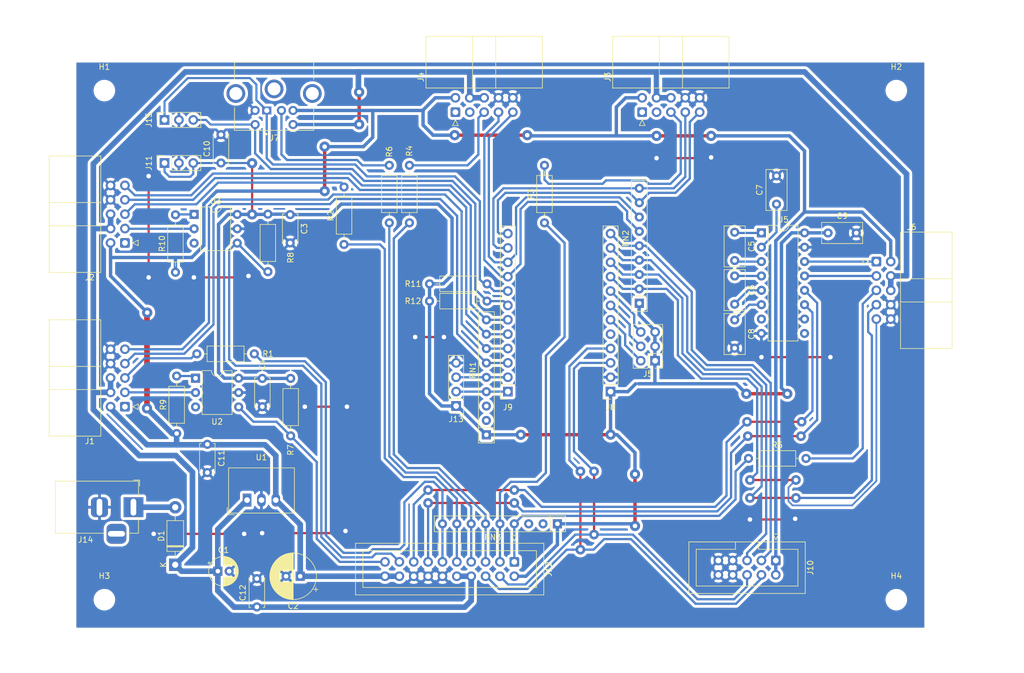
<source format=kicad_pcb>
(kicad_pcb (version 20240108) (generator "pcbnew") (generator_version "8.0")
  (layers (0 "F.Cu" signal) (31 "B.Cu" signal) (34 "B.Paste" user) (35 "F.Paste" user) (36 "B.SilkS" user "B.Silkscreen") (37 "F.SilkS" user "F.Silkscreen") (38 "B.Mask" user) (39 "F.Mask" user) (44 "Edge.Cuts" user))
  (net 0 "")
  (net 1 "GND")
  (net 2 "+3.3V")
  (net 3 "Net-(J1-Pin_5)")
  (net 4 "+5V")
  (net 5 "+12V")
  (net 6 "/Connectors/MIDI_IN_Kbd")
  (net 7 "Net-(U5-C1-)")
  (net 8 "Net-(J2-Pin_5)")
  (net 9 "/Connectors/MIDI_IN_Technics")
  (net 10 "Net-(J3-Pin_5)")
  (net 14 "Net-(J4-Pin_5)")
  (net 16 "/SCL")
  (net 17 "Net-(J6-Pin_5)")
  (net 18 "Net-(U5-C1+)")
  (net 19 "/IntKeyboard")
  (net 20 "/IntTechnics")
  (net 21 "/IntStopLeft")
  (net 22 "/IntStopRight")
  (net 23 "/IntPanel")
  (net 24 "/IntToeStud")
  (net 25 "Net-(U5-C2+)")
  (net 26 "Net-(U5-C2-)")
  (net 27 "Net-(U5-VS+)")
  (net 28 "/SDA")
  (net 29 "/RXD_Panel")
  (net 30 "/TXD_Panel")
  (net 31 "Net-(D1-A)")
  (net 32 "Net-(U5-VS-)")
  (net 33 "/RST")
  (net 34 "/RXD_Kbd")
  (net 35 "/RXD_Technics")
  (net 36 "Net-(J5-Pin_6)")
  (net 37 "Net-(R10-Pad2)")
  (net 43 "Net-(J7-Pad2)")
  (net 44 "/SDA_I2C1")
  (net 45 "/SCL_I2C1")
  (net 46 "/SCL_I2C2")
  (net 47 "/SDA_I2C2")
  (net 50 "/SCL_Kbd")
  (net 51 "/SDA_Kbd")
  (net 52 "/SCL_Technics")
  (net 53 "/SDA_Technics")
  (net 54 "/SDA_StopLeft")
  (net 55 "/SCL_StopLeft")
  (net 56 "/SCL_StopRight")
  (net 57 "/SCL_Panel")
  (net 58 "/SDA_Panel")
  (net 59 "/SCL_ToeStud")
  (net 60 "/SDA_ToeStud")
  (net 61 "/SDA_StopRight")
  (net 62 "Net-(J5-Pin_4)")
  (net 63 "Net-(J5-Pin_2)")
  (net 64 "/Connectors/RS232_Panel_RXD")
  (net 65 "/Connectors/RS232_Panel_TXD")
  (net 66 "Net-(R9-Pad2)")
  (footprint "Connector_IDC:IDC-Header_2x05_P2.54mm_Horizontal" (layer "F.Cu") (at 135.128 49.276 90)
    (property "Reference" "J4")
    (property "Value" "StopRightCtrl")
  )
  (footprint "Resistor_THT:R_Axial_DIN0207_L6.3mm_D2.5mm_P10.16mm_Horizontal" (layer "F.Cu") (at 99.58 92 180)
    (property "Reference" "R1")
    (property "Value" "220")
  )
  (footprint "Connector_PinHeader_2.54mm:PinHeader_1x04_P2.54mm_Vertical" (layer "F.Cu") (at 135.255 101.219 180)
    (property "Reference" "J13")
    (property "Value" "I2C2")
  )
  (footprint "Connector_IDC:IDC-Header_2x05_P2.54mm_Horizontal" (layer "F.Cu") (at 209.55 75.692)
    (property "Reference" "J6")
    (property "Value" "PanelCtrl")
  )
  (footprint "Connector_IDC:IDC-Header_2x10_P2.54mm_Vertical" (layer "F.Cu") (at 145.542 128.778 -90)
    (property "Reference" "J12")
    (property "Value" "IO_Boards")
  )
  (footprint "Connector_BarrelJack:BarrelJack_Horizontal" (layer "F.Cu") (at 78.208 119.113)
    (property "Reference" "J14")
    (property "Value" "DC12V")
  )
  (footprint "Resistor_THT:R_Axial_DIN0207_L6.3mm_D2.5mm_P10.16mm_Horizontal" (layer "F.Cu") (at 150.876 68.834 90)
    (property "Reference" "R3")
    (property "Value" "220")
  )
  (footprint "Capacitor_THT:C_Rect_L7.0mm_W3.5mm_P5.00mm" (layer "F.Cu") (at 184.5 86 -90)
    (property "Reference" "C8")
    (property "Value" "0.47uF")
  )
  (footprint "Resistor_THT:R_Axial_DIN0207_L6.3mm_D2.5mm_P10.16mm_Horizontal" (layer "F.Cu") (at 85.852 106.08 90)
    (property "Reference" "R9")
    (property "Value" "220")
  )
  (footprint "MountingHole:MountingHole_3.2mm_M3" (layer "F.Cu") (at 213.072 45.462)
    (property "Reference" "H2")
    (property "Value" "MountingHole")
  )
  (footprint "MountingHole:MountingHole_3.2mm_M3" (layer "F.Cu") (at 213.072 135.462)
    (property "Reference" "H4")
    (property "Value" "MountingHole")
  )
  (footprint "Connector_PinSocket_2.54mm:PinSocket_1x12_P2.54mm_Vertical" (layer "F.Cu") (at 162.56 98.679 180)
    (property "Reference" "J8")
    (property "Value" "TCA9548A 1")
  )
  (footprint "Connector_IDC:IDC-Header_2x05_P2.54mm_Horizontal" (layer "F.Cu") (at 76.708 101.346 180)
    (property "Reference" "J1")
    (property "Value" "KeyboardCtrl")
  )
  (footprint "SnapEDA:MiniDIN TE_5749180-1" (layer "F.Cu") (at 103.076 45.164 180)
    (property "Reference" "J7")
    (property "Value" "ToeStudCtrl")
  )
  (footprint "Diode_THT:D_DO-41_SOD81_P10.16mm_Horizontal" (layer "F.Cu") (at 85.598 129.286 90)
    (property "Reference" "D1")
    (property "Value" "1N4002")
  )
  (footprint "Resistor_THT:R_Axial_DIN0207_L6.3mm_D2.5mm_P10.16mm_Horizontal" (layer "F.Cu") (at 85.638 77.58 90)
    (property "Reference" "R10")
    (property "Value" "220")
  )
  (footprint "Package_DIP:DIP-6_W7.62mm" (layer "F.Cu") (at 89.194 96.306)
    (property "Reference" "U2")
    (property "Value" "H11L1")
  )
  (footprint "Capacitor_THT:C_Rect_L7.0mm_W3.5mm_P5.00mm" (layer "F.Cu") (at 201 70.632)
    (property "Reference" "C9")
    (property "Value" "0.47uF")
  )
  (footprint "Resistor_THT:R_Axial_DIN0207_L6.3mm_D2.5mm_P10.16mm_Horizontal" (layer "F.Cu") (at 140.716 79.629 180)
    (property "Reference" "R11")
    (property "Value" "10k")
  )
  (footprint "Connector_PinSocket_2.54mm:PinSocket_1x12_P2.54mm_Vertical" (layer "F.Cu") (at 144.399 98.679 180)
    (property "Reference" "J9")
    (property "Value" "TCA9548A 2")
  )
  (footprint "MountingHole:MountingHole_3.2mm_M3" (layer "F.Cu") (at 73.072 45.462)
    (property "Reference" "H1")
    (property "Value" "MountingHole")
  )
  (footprint "Capacitor_THT:C_Rect_L7.0mm_W3.5mm_P5.00mm" (layer "F.Cu") (at 191.897 65.532 90)
    (property "Reference" "C7")
    (property "Value" "0.47uF")
  )
  (footprint "Resistor_THT:R_Array_SIP9" (layer "F.Cu") (at 153.162 122.047 180)
    (property "Reference" "RN3")
    (property "Value" "4k7")
  )
  (footprint "Resistor_THT:R_Axial_DIN0207_L6.3mm_D2.5mm_P10.16mm_Horizontal" (layer "F.Cu") (at 106 96.34 -90)
    (property "Reference" "R7")
    (property "Value" "10k")
  )
  (footprint "Resistor_THT:R_Array_SIP9" (layer "F.Cu") (at 167.64 83.058 90)
    (property "Reference" "RN2")
    (property "Value" "1k")
  )
  (footprint "Capacitor_THT:C_Rect_L7.0mm_W3.5mm_P5.00mm" (layer "F.Cu") (at 184.5 78.232 -90)
    (property "Reference" "C6")
    (property "Value" "0.47uF")
  )
  (footprint "Resistor_THT:R_Axial_DIN0207_L6.3mm_D2.5mm_P10.16mm_Horizontal" (layer "F.Cu") (at 101.981 67.31 -90)
    (property "Reference" "R8")
    (property "Value" "10k")
  )
  (footprint "Custom_Converter:Converter_DCDC_GAPTEC_LME78_05-1.0" (layer "F.Cu") (at 98.298 117.856)
    (property "Reference" "U1")
    (property "Value" "LME78_05-1.0")
  )
  (footprint "Capacitor_THT:C_Disc_D5.0mm_W2.5mm_P5.00mm" (layer "F.Cu") (at 93.686 58.253 90)
    (property "Reference" "C10")
    (property "Value" "100n")
  )
  (footprint "Capacitor_THT:CP_Radial_D8.0mm_P2.50mm" (layer "F.Cu") (at 107.696 131.318 180)
    (property "Reference" "C2")
    (property "Value" "22uF")
  )
  (footprint "MountingHole:MountingHole_3.2mm_M3" (layer "F.Cu") (at 73.072 135.462)
    (property "Reference" "H3")
    (property "Value" "MountingHole")
  )
  (footprint "Connector_IDC:IDC-Header_2x05_P2.54mm_Horizontal" (layer "F.Cu") (at 168.148 49.276 90)
    (property "Reference" "J3")
    (property "Value" "StopLeftCtrl")
  )
  (footprint "Capacitor_THT:C_Disc_D5.0mm_W2.5mm_P5.00mm" (layer "F.Cu") (at 91.273 107.99 -90)
    (property "Reference" "C11")
    (property "Value" "100n")
  )
  (footprint "Capacitor_THT:C_Disc_D5.0mm_W2.5mm_P5.00mm" (layer "F.Cu") (at 105.918 67.39 -90)
    (property "Reference" "C3")
    (property "Value" "100n")
  )
  (footprint "Connector_PinHeader_2.54mm:PinHeader_2x03_P2.54mm_Vertical" (layer "F.Cu") (at 170.434 93.218 180)
    (property "Reference" "J5")
    (property "Value" "I2CAddr")
  )
  (footprint "Package_DIP:DIP-6_W7.62mm" (layer "F.Cu") (at 88.94 67.35)
    (property "Reference" "U3")
    (property "Value" "H11L1")
  )
  (footprint "Capacitor_THT:C_Disc_D5.0mm_W2.5mm_P5.00mm" (layer "F.Cu") (at 101 96.346 -90)
    (property "Reference" "C4")
    (property "Value" "100n")
  )
  (footprint "Capacitor_THT:C_Disc_D5.0mm_W2.5mm_P5.00mm" (layer "F.Cu") (at 100.036 136.739 90)
    (property "Reference" "C12")
    (property "Value" "330nF")
  )
  (footprint "Connector_PinSocket_2.54mm:PinSocket_1x03_P2.54mm_Vertical" (layer "F.Cu") (at 83.708 58.268 90)
    (property "Reference" "J11")
    (property "Value" "LTC4311_1")
  )
  (footprint "Package_DIP:DIP-16_W7.62mm" (layer "F.Cu") (at 189.23 70.612)
    (property "Reference" "U5")
    (property "Value" "ICL3232")
  )
  (footprint "Resistor_THT:R_Axial_DIN0207_L6.3mm_D2.5mm_P10.16mm_Horizontal" (layer "F.Cu") (at 140.716 82.677 180)
    (property "Reference" "R12")
    (property "Value" "10k")
  )
  (footprint "Resistor_THT:R_Axial_DIN0207_L6.3mm_D2.5mm_P10.16mm_Horizontal" (layer "F.Cu") (at 123.444 68.834 90)
    (property "Reference" "R6")
    (property "Value" "220")
  )
  (footprint "Resistor_THT:R_Axial_DIN0207_L6.3mm_D2.5mm_P10.16mm_Horizontal" (layer "F.Cu") (at 127 68.834 90)
    (property "Reference" "R4")
    (property "Value" "220")
  )
  (footprint "Capacitor_THT:CP_Radial_D5.0mm_P2.00mm" (layer "F.Cu") (at 93.131 130.429)
    (property "Reference" "C1")
    (property "Value" "10uF")
  )
  (footprint "Capacitor_THT:C_Rect_L7.0mm_W3.5mm_P5.00mm" (layer "F.Cu") (at 184.5 70.5 -90)
    (property "Reference" "C5")
    (property "Value" "0.47uF")
  )
  (footprint "Connector_PinSocket_2.54mm:PinSocket_1x03_P2.54mm_Vertical" (layer "F.Cu") (at 83.708 50.648 90)
    (property "Reference" "J15")
    (property "Value" "LTC4311_2")
  )
  (footprint "Connector_IDC:IDC-Header_2x05_P2.54mm_Vertical" (layer "F.Cu") (at 191.77 128.5335 -90)
    (property "Reference" "J10")
    (property "Value" "I2C")
  )
  (footprint "Resistor_THT:R_Array_SIP9" (layer "F.Cu") (at 140.604 106.314 90)
    (property "Reference" "RN1")
    (property "Value" "1k")
  )
  (footprint "Connector_IDC:IDC-Header_2x05_P2.54mm_Horizontal" (layer "F.Cu") (at 76.708 72.39 180)
    (property "Reference" "J2")
    (property "Value" "TechnicsCtrl")
  )
  (footprint "Resistor_THT:R_Axial_DIN0207_L6.3mm_D2.5mm_P10.16mm_Horizontal" (layer "F.Cu") (at 115.443 72.66 90)
    (property "Reference" "R2")
    (property "Value" "220")
  )
  (footprint "Resistor_THT:R_Axial_DIN0207_L6.3mm_D2.5mm_P10.16mm_Horizontal" (layer "F.Cu") (at 186.944 110.49)
    (property "Reference" "R5")
    (property "Value" "220")
  )
  (gr_rect (start 68.072 40.462) (end 218.072 140.462) (stroke (width 0.05)) (fill none) (layer "Edge.Cuts"))
  (segment (start 195.072 121.285) (end 195.199 121.158) (width 0.4) (layer "F.Cu") (net 1))
  (segment (start 88.9 78.486) (end 98.298 78.486) (width 0.4) (layer "F.Cu") (net 1))
  (segment (start 187.198 121.285) (end 195.072 121.285) (width 0.4) (layer "F.Cu") (net 1))
  (segment (start 201.422 92.583) (end 189.23 92.583) (width 0.4) (layer "F.Cu") (net 1))
  (segment (start 80.899 78.486) (end 80.899 60.579) (width 0.4) (layer "F.Cu") (net 1))
  (segment (start 107.696 101.346) (end 115.951 101.346) (width 0.4) (layer "F.Cu") (net 1))
  (segment (start 81.788 123.825) (end 97.79 123.825) (width 0.4) (layer "F.Cu") (net 1))
  (segment (start 128.016 89.027) (end 133.096 89.027) (width 0.4) (layer "F.Cu") (net 1))
  (segment (start 100.965 123.698) (end 115.316 123.698) (width 0.4) (layer "F.Cu") (net 1))
  (segment (start 180.213 57.404) (end 180.34 57.277) (width 0.4) (layer "F.Cu") (net 1))
  (segment (start 98.298 78.486) (end 98.552 78.232) (width 0.4) (layer "F.Cu") (net 1))
  (segment (start 170.688 57.404) (end 180.213 57.404) (width 0.4) (layer "F.Cu") (net 1))
  (segment (start 115.316 123.698) (end 115.697 123.317) (width 0.4) (layer "F.Cu") (net 1))
  (via (at 189.23 92.583) (size 1.7) (drill 0.8) (layers "F.Cu" "B.Cu") (net 1))
  (via (at 100.965 123.698) (size 1.7) (drill 0.8) (layers "F.Cu" "B.Cu") (net 1))
  (via (at 80.899 78.486) (size 1.7) (drill 0.8) (layers "F.Cu" "B.Cu") (net 1))
  (via (at 170.688 57.404) (size 1.7) (drill 0.8) (layers "F.Cu" "B.Cu") (net 1))
  (via (at 201.422 92.583) (size 1.7) (drill 0.8) (layers "F.Cu" "B.Cu") (net 1))
  (via (at 80.899 60.579) (size 1.7) (drill 0.8) (layers "F.Cu" "B.Cu") (net 1))
  (via (at 81.788 123.825) (size 1.7) (drill 0.8) (layers "F.Cu" "B.Cu") (net 1))
  (via (at 97.79 123.825) (size 1.7) (drill 0.8) (layers "F.Cu" "B.Cu") (net 1))
  (via (at 108.5 101.346) (size 1.7) (drill 0.8) (layers "F.Cu" "B.Cu") (net 1))
  (via (at 115.697 123.317) (size 1.7) (drill 0.8) (layers "F.Cu" "B.Cu") (net 1))
  (via (at 88.9 78.486) (size 1.7) (drill 0.8) (layers "F.Cu" "B.Cu") (net 1))
  (via (at 187.198 121.285) (size 1.7) (drill 0.8) (layers "F.Cu" "B.Cu") (net 1))
  (via (at 98.552 78.232) (size 1.7) (drill 0.8) (layers "F.Cu" "B.Cu") (net 1))
  (via (at 195.199 121.158) (size 1.7) (drill 0.8) (layers "F.Cu" "B.Cu") (net 1))
  (via (at 128.016 89.027) (size 1.7) (drill 0.8) (layers "F.Cu" "B.Cu") (net 1))
  (via (at 133.096 89.027) (size 1.7) (drill 0.8) (layers "F.Cu" "B.Cu") (net 1))
  (via (at 115.951 101.346) (size 1.7) (drill 0.8) (layers "F.Cu" "B.Cu") (net 1))
  (via (at 180.34 57.277) (size 1.7) (drill 0.8) (layers "F.Cu" "B.Cu") (net 1))
  (segment (start 99.187 58.293) (end 99.187 67.35) (width 0.38) (layer "F.Cu") (net 2))
  (segment (start 146.685 106.299) (end 162.56 106.288272) (width 0.6) (layer "F.Cu") (net 2))
  (segment (start 166.878 122.428) (end 166.878 113.284) (width 0.6) (layer "F.Cu") (net 2))
  (segment (start 193.802 99.06) (end 186.563 99.06) (width 0.6) (layer "F.Cu") (net 2))
  (via (at 166.878 113.284) (size 1.8) (drill 0.8) (layers "F.Cu" "B.Cu") (net 2))
  (via (at 162.56 106.288272) (size 1.8) (drill 0.8) (layers "F.Cu" "B.Cu") (net 2))
  (via (at 99.187 67.35) (size 1.8) (drill 0.8) (layers "F.Cu" "B.Cu") (net 2))
  (via (at 99.187 58.293) (size 1.8) (drill 0.8) (layers "F.Cu" "B.Cu") (net 2))
  (via (at 146.685 106.299) (size 1.8) (drill 0.8) (layers "F.Cu" "B.Cu") (net 2))
  (via (at 193.802 99.06) (size 1.8) (drill 0.8) (layers "F.Cu" "B.Cu") (net 2))
  (via (at 166.878 122.428) (size 1.8) (drill 0.8) (layers "F.Cu" "B.Cu") (net 2))
  (via (at 186.563 99.06) (size 1.8) (drill 0.8) (layers "F.Cu" "B.Cu") (net 2))
  (segment (start 130.556 79.629) (end 130.556 82.677) (width 0.6) (layer "B.Cu") (net 2))
  (segment (start 132.969 79.629) (end 130.556 79.629) (width 0.6) (layer "B.Cu") (net 2))
  (segment (start 88.788 60.183) (end 88.788 58.268) (width 0.38) (layer "B.Cu") (net 2))
  (segment (start 96.56 67.35) (end 99.187 67.35) (width 0.6) (layer "B.Cu") (net 2))
  (segment (start 186.563 99.06) (end 184.794 97.291) (width 0.6) (layer "B.Cu") (net 2))
  (segment (start 167.005 97.282) (end 165.608 98.679) (width 0.6) (layer "B.Cu") (net 2))
  (segment (start 194.581214 70.612) (end 192.794607 72.398607) (width 0.6) (layer "B.Cu") (net 2))
  (segment (start 192.77 72.423214) (end 192.77 92.964) (width 0.6) (layer "B.Cu") (net 2))
  (segment (start 93.259711 95.291711) (end 93.259711 69.088) (width 0.6) (layer "B.Cu") (net 2))
  (segment (start 101 96.346) (end 105.994 96.346) (width 0.6) (layer "B.Cu") (net 2))
  (segment (start 196.85 70.612) (end 201.549 70.612) (width 0.6) (layer "B.Cu") (net 2))
  (segment (start 130.556 99.06) (end 130.556 82.677) (width 0.6) (layer "B.Cu") (net 2))
  (segment (start 113.075 67.39) (end 114.935 65.53) (width 0.6) (layer "B.Cu") (net 2))
  (segment (start 99.187 67.35) (end 101.941 67.35) (width 0.6) (layer "B.Cu") (net 2))
  (segment (start 132.715 101.219) (end 130.556 99.06) (width 0.6) (layer "B.Cu") (net 2))
  (segment (start 196.85 70.612) (end 194.581214 70.612) (width 0.6) (layer "B.Cu") (net 2))
  (segment (start 135.255 101.219) (end 132.715 101.219) (width 0.6) (layer "B.Cu") (net 2))
  (segment (start 94.997711 67.35) (end 96.56 67.35) (width 0.6) (layer "B.Cu") (net 2))
  (segment (start 132.075208 65.53) (end 134.533 67.987792) (width 0.6) (layer "B.Cu") (net 2))
  (segment (start 163.692272 106.288272) (end 166.878 109.474) (width 0.6) (layer "B.Cu") (net 2))
  (segment (start 83.708 58.268) (end 83.708 59.832) (width 0.38) (layer "B.Cu") (net 2))
  (segment (start 153.162 122.047) (end 166.497 122.047) (width 0.6) (layer "B.Cu") (net 2))
  (segment (start 134.533 67.987792) (end 134.533 78.065) (width 0.6) (layer "B.Cu") (net 2))
  (segment (start 147.585 131.318) (end 153.162 125.741) (width 0.6) (layer "B.Cu") (net 2))
  (segment (start 166.878 109.474) (end 166.878 113.284) (width 0.6) (layer "B.Cu") (net 2))
  (segment (start 96.814 96.306) (end 100.96 96.306) (width 0.6) (layer "B.Cu") (net 2))
  (segment (start 162.56 106.288272) (end 163.692272 106.288272) (width 0.6) (layer "B.Cu") (net 2))
  (segment (start 192.77 98.028) (end 193.802 99.06) (width 0.6) (layer "B.Cu") (net 2))
  (segment (start 192.794607 72.398607) (end 192.77 72.423214) (width 0.6) (layer "B.Cu") (net 2))
  (segment (start 96.814 96.306) (end 94.274 96.306) (width 0.6) (layer "B.Cu") (net 2))
  (segment (start 192.77 92.964) (end 192.77 93.202) (width 0.6) (layer "B.Cu") (net 2))
  (segment (start 146.67 106.314) (end 146.685 106.299) (width 0.6) (layer "B.Cu") (net 2))
  (segment (start 134.533 78.065) (end 132.969 79.629) (width 0.6) (layer "B.Cu") (net 2))
  (segment (start 184.794 97.291) (end 167.513 97.291) (width 0.6) (layer "B.Cu") (net 2))
  (segment (start 165.608 98.679) (end 162.56 98.679) (width 0.6) (layer "B.Cu") (net 2))
  (segment (start 101.981 67.31) (end 105.838 67.31) (width 0.6) (layer "B.Cu") (net 2))
  (segment (start 99.162 58.268) (end 99.187 58.293) (width 0.38) (layer "B.Cu") (net 2))
  (segment (start 170.397 88.138) (end 170.397 97.291) (width 0.6) (layer "B.Cu") (net 2))
  (segment (start 145.542 131.318) (end 147.585 131.318) (width 0.6) (layer "B.Cu") (net 2))
  (segment (start 88.265 60.706) (end 88.788 60.183) (width 0.38) (layer "B.Cu") (net 2))
  (segment (start 167.603 85.09) (end 167.603 83.058) (width 0.6) (layer "B.Cu") (net 2))
  (segment (start 166.497 122.047) (end 166.878 122.428) (width 0.6) (layer "B.Cu") (net 2))
  (segment (start 192.77 93.202) (end 192.77 98.028) (width 0.6) (layer "B.Cu") (net 2))
  (segment (start 84.582 60.706) (end 88.265 60.706) (width 0.38) (layer "B.Cu") (net 2))
  (segment (start 135.509 101.219) (end 140.604 106.314) (width 0.6) (layer "B.Cu") (net 2))
  (segment (start 140.604 106.314) (end 146.67 106.314) (width 0.6) (layer "B.Cu") (net 2))
  (segment (start 162.56 106.4895) (end 162.56 98.7425) (width 0.6) (layer "B.Cu") (net 2))
  (segment (start 105.918 67.39) (end 113.075 67.39) (width 0.6) (layer "B.Cu") (net 2))
  (segment (start 170.397 87.884) (end 167.603 85.09) (width 0.6) (layer "B.Cu") (net 2))
  (segment (start 88.788 58.268) (end 99.162 58.268) (width 0.38) (layer "B.Cu") (net 2))
  (segment (start 114.935 65.53) (end 132.075208 65.53) (width 0.6) (layer "B.Cu") (net 2))
  (segment (start 94.274 96.306) (end 93.259711 95.291711) (width 0.6) (layer "B.Cu") (net 2))
  (segment (start 153.162 125.741) (end 153.162 122.047) (width 0.6) (layer "B.Cu") (net 2))
  (segment (start 93.259711 69.088) (end 94.997711 67.35) (width 0.6) (layer "B.Cu") (net 2))
  (segment (start 83.708 59.832) (end 84.582 60.706) (width 0.38) (layer "B.Cu") (net 2))
  (segment (start 80.188 92.786) (end 88.443 92.786) (width 0.4) (layer "B.Cu") (net 3))
  (segment (start 76.708 96.266) (end 80.188 92.786) (width 0.4) (layer "B.Cu") (net 3))
  (segment (start 88.443 92.786) (end 89.281 91.948) (width 0.4) (layer "B.Cu") (net 3))
  (segment (start 112.014 63.23) (end 112.014 55.372) (width 0.6) (layer "F.Cu") (net 4))
  (segment (start 147.828 53.34) (end 135.001 53.34) (width 0.6) (layer "F.Cu") (net 4))
  (segment (start 170.688 53.467) (end 180.34 53.467) (width 0.6) (layer "F.Cu") (net 4))
  (segment (start 80.605726 84.748274) (end 80.645 84.709) (width 1) (layer "F.Cu") (net 4))
  (segment (start 80.605726 101.639274) (end 80.605726 84.748274) (width 1) (layer "F.Cu") (net 4))
  (via (at 135.001 53.34) (size 1.8) (drill 0.8) (layers "F.Cu" "B.Cu") (net 4))
  (via (at 170.688 53.467) (size 1.8) (drill 0.8) (layers "F.Cu" "B.Cu") (net 4))
  (via (at 112.014 63.23) (size 1.8) (drill 0.8) (layers "F.Cu" "B.Cu") (net 4))
  (via (at 80.645 84.709) (size 1.8) (drill 0.8) (layers "F.Cu" "B.Cu") (net 4))
  (via (at 180.34 53.467) (size 1.8) (drill 0.8) (layers "F.Cu" "B.Cu") (net 4))
  (via (at 80.605726 101.639274) (size 1.8) (drill 0.8) (layers "F.Cu" "B.Cu") (net 4))
  (via (at 147.828 53.34) (size 1.8) (drill 0.8) (layers "F.Cu" "B.Cu") (net 4))
  (via (at 112.014 55.372) (size 1.8) (drill 0.8) (layers "F.Cu" "B.Cu") (net 4))
  (segment (start 212.09 72.009) (end 207.01 66.929) (width 0.6) (layer "B.Cu") (net 4))
  (segment (start 170.688 53.467) (end 163.576 53.467) (width 0.6) (layer "B.Cu") (net 4))
  (segment (start 191.77 72.009) (end 196.85 66.929) (width 0.6) (layer "B.Cu") (net 4))
  (segment (start 194.183 53.467) (end 180.34 53.467) (width 0.6) (layer "B.Cu") (net 4))
  (segment (start 85.638 74.97) (end 74.208 74.97) (width 0.6) (layer "B.Cu") (net 4))
  (segment (start 90.659711 72.83161) (end 90.659711 65.513711) (width 0.6) (layer "B.Cu") (net 4))
  (segment (start 191.77 128.5335) (end 191.77 131.0735) (width 0.6) (layer "B.Cu") (net 4))
  (segment (start 191.77 128.5335) (end 191.77 72.009) (width 0.6) (layer "B.Cu") (net 4))
  (segment (start 163.576 48.387) (end 163.576 53.467) (width 0.6) (layer "B.Cu") (net 4))
  (segment (start 135.001 53.34) (end 131.191 53.34) (width 0.6) (layer "B.Cu") (net 4))
  (segment (start 85.852 108.077) (end 85.852 106.08) (width 1) (layer "B.Cu") (net 4))
  (segment (start 80.645 84.709) (end 74.168 78.232) (width 0.6) (layer "B.Cu") (net 4))
  (segment (start 80.605726 108.077) (end 85.852 108.077) (width 1) (layer "B.Cu") (net 4))
  (segment (start 92.943422 63.23) (end 112.014 63.23) (width 0.6) (layer "B.Cu") (net 4))
  (segment (start 122.682 131.318) (end 125.222 131.318) (width 1) (layer "B.Cu") (net 4))
  (segment (start 129.413 49.053) (end 129.334 48.974) (width 0.6) (layer "B.Cu") (net 4))
  (segment (start 168.148 46.736) (end 165.227 46.736) (width 0.6) (layer "B.Cu") (net 4))
  (segment (start 207.01 66.929) (end 196.85 66.929) (width 0.6) (layer "B.Cu") (net 4))
  (segment (start 103.378 109.982) (end 101.473 108.077) (width 1) (layer "B.Cu") (net 4))
  (segment (start 101.473 108.077) (end 85.852 108.077) (width 1) (layer "B.Cu") (net 4))
  (segment (start 163.576 53.467) (end 147.955 53.467) (width 0.6) (layer "B.Cu") (net 4))
  (segment (start 196.85 56.134) (end 194.183 53.467) (width 0.6) (layer "B.Cu") (net 4))
  (segment (start 80.605726 108.077) (end 74.168 101.639274) (width 1) (layer "B.Cu") (net 4))
  (segment (start 147.955 53.467) (end 147.828 53.34) (width 0.6) (layer "B.Cu") (net 4))
  (segment (start 120.523 53.721) (end 120.523 48.974) (width 0.6) (layer "B.Cu") (net 4))
  (segment (start 74.168 78.232) (end 74.168 74.93) (width 0.6) (layer "B.Cu") (net 4))
  (segment (start 212.09 75.692) (end 212.09 72.009) (width 0.6) (layer "B.Cu") (net 4))
  (segment (start 122.682 131.318) (end 107.696 131.318) (width 1) (layer "B.Cu") (net 4))
  (segment (start 165.227 46.736) (end 163.576 48.387) (width 0.6) (layer "B.Cu") (net 4))
  (segment (start 112.014 55.372) (end 118.872 55.372) (width 0.6) (layer "B.Cu") (net 4))
  (segment (start 131.572 46.736) (end 135.128 46.736) (width 0.6) (layer "B.Cu") (net 4))
  (segment (start 107.696 122.174) (end 107.578651 122.056651) (width 1) (layer "B.Cu") (net 4))
  (segment (start 196.85 66.929) (end 196.85 56.134) (width 0.6) (layer "B.Cu") (net 4))
  (segment (start 74.168 74.93) (end 74.168 72.39) (width 0.6) (layer "B.Cu") (net 4))
  (segment (start 129.334 48.974) (end 131.572 46.736) (width 0.6) (layer "B.Cu") (net 4))
  (segment (start 118.872 55.372) (end 120.523 53.721) (width 0.6) (layer "B.Cu") (net 4))
  (segment (start 106.426 48.974) (end 120.523 48.974) (width 0.6) (layer "B.Cu") (net 4))
  (segment (start 85.638 74.97) (end 85.638 77.58) (width 0.6) (layer "B.Cu") (net 4))
  (segment (start 85.046452 106.08) (end 80.605726 101.639274) (width 1) (layer "B.Cu") (net 4))
  (segment (start 103.378 117.856) (end 103.378 109.982) (width 1) (layer "B.Cu") (net 4))
  (segment (start 74.208 74.97) (end 74.168 74.93) (width 0.6) (layer "B.Cu") (net 4))
  (segment (start 88.521321 74.97) (end 90.659711 72.83161) (width 0.6) (layer "B.Cu") (net 4))
  (segment (start 120.523 48.974) (end 129.334 48.974) (width 0.6) (layer "B.Cu") (net 4))
  (segment (start 90.659711 65.513711) (end 92.943422 63.23) (width 0.6) (layer "B.Cu") (net 4))
  (segment (start 107.696 131.318) (end 107.696 122.174) (width 1) (layer "B.Cu") (net 4))
  (segment (start 131.191 53.34) (end 129.413 51.562) (width 0.6) (layer "B.Cu") (net 4))
  (segment (start 107.578651 122.056651) (end 103.378 117.856) (width 1) (layer "B.Cu") (net 4))
  (segment (start 85.638 74.97) (end 88.521321 74.97) (width 0.6) (layer "B.Cu") (net 4))
  (segment (start 85.852 106.08) (end 85.046452 106.08) (width 1) (layer "B.Cu") (net 4))
  (segment (start 129.413 51.562) (end 129.413 49.053) (width 0.6) (layer "B.Cu") (net 4))
  (segment (start 118.11 51.435) (end 118.11 45.72) (width 0.6) (layer "F.Cu") (net 5))
  (via (at 118.11 45.72) (size 1.8) (drill 0.8) (layers "F.Cu" "B.Cu") (net 5))
  (via (at 118.11 51.435) (size 1.8) (drill 0.8) (layers "F.Cu" "B.Cu") (net 5))
  (segment (start 88.646 126.238) (end 85.598 129.286) (width 1) (layer "B.Cu") (net 5))
  (segment (start 137.922 131.318) (end 135.382 131.318) (width 1) (layer "B.Cu") (net 5))
  (segment (start 196.85 42.164) (end 214.884 60.198) (width 1) (layer "B.Cu") (net 5))
  (segment (start 136.779 136.779) (end 137.922 135.636) (width 1) (layer "B.Cu") (net 5))
  (segment (start 71.12 69.85) (end 71.12 58.42) (width 1) (layer "B.Cu") (net 5))
  (segment (start 93.131 131.572) (end 93.131 123.023) (width 1) (layer "B.Cu") (net 5))
  (segment (start 71.12 98.806) (end 74.168 98.806) (width 1) (layer "B.Cu") (net 5))
  (segment (start 86.741 130.429) (end 93.131 130.429) (width 1) (layer "B.Cu") (net 5))
  (segment (start 170.688 42.164) (end 170.688 46.736) (width 1) (layer "B.Cu") (net 5))
  (segment (start 85.598 129.286) (end 86.741 130.429) (width 1) (layer "B.Cu") (net 5))
  (segment (start 137.922 135.636) (end 137.922 131.318) (width 1) (layer "B.Cu") (net 5))
  (segment (start 214.884 78.232) (end 212.09 78.232) (width 1) (layer "B.Cu") (net 5))
  (segment (start 85.725 109.982) (end 88.646 112.903) (width 1) (layer "B.Cu") (net 5))
  (segment (start 137.668 42.164) (end 137.668 46.736) (width 1) (layer "B.Cu") (net 5))
  (segment (start 71.12 69.85) (end 74.168 69.85) (width 1) (layer "B.Cu") (net 5))
  (segment (start 71.12 98.806) (end 71.12 101.854) (width 1) (layer "B.Cu") (net 5))
  (segment (start 137.668 46.736) (end 140.208 46.736) (width 1) (layer "B.Cu") (net 5))
  (segment (start 71.12 98.806) (end 71.12 69.85) (width 1) (layer "B.Cu") (net 5))
  (segment (start 71.12 101.854) (end 79.248 109.982) (width 1) (layer "B.Cu") (net 5))
  (segment (start 117.983 42.164) (end 117.983 45.593) (width 1) (layer "B.Cu") (net 5))
  (segment (start 87.376 42.164) (end 117.983 42.164) (width 1) (layer "B.Cu") (net 5))
  (segment (start 93.131 123.023) (end 98.298 117.856) (width 1) (layer "B.Cu") (net 5))
  (segment (start 88.646 112.903) (end 88.646 126.238) (width 1) (layer "B.Cu") (net 5))
  (segment (start 74.168 98.806) (end 74.168 96.266) (width 1) (layer "B.Cu") (net 5))
  (segment (start 170.688 46.736) (end 173.228 46.736) (width 1) (layer "B.Cu") (net 5))
  (segment (start 212.09 78.232) (end 212.09 80.772) (width 1) (layer "B.Cu") (net 5))
  (segment (start 117.983 42.164) (end 137.668 42.164) (width 1) (layer "B.Cu") (net 5))
  (segment (start 96.012 136.779) (end 136.779 136.779) (width 1) (layer "B.Cu") (net 5))
  (segment (start 117.983 45.593) (end 118.11 45.72) (width 1) (layer "B.Cu") (net 5))
  (segment (start 106.426 51.464) (end 118.081 51.464) (width 0.6) (layer "B.Cu") (net 5))
  (segment (start 79.248 109.982) (end 85.725 109.982) (width 1) (layer "B.Cu") (net 5))
  (segment (start 118.081 51.464) (end 118.11 51.435) (width 0.6) (layer "B.Cu") (net 5))
  (segment (start 170.688 42.164) (end 196.85 42.164) (width 1) (layer "B.Cu") (net 5))
  (segment (start 71.12 58.42) (end 87.376 42.164) (width 1) (layer "B.Cu") (net 5))
  (segment (start 214.884 60.198) (end 214.884 78.232) (width 1) (layer "B.Cu") (net 5))
  (segment (start 93.131 131.572) (end 93.131 133.898) (width 1) (layer "B.Cu") (net 5))
  (segment (start 137.668 42.164) (end 170.688 42.164) (width 1) (layer "B.Cu") (net 5))
  (segment (start 93.131 133.898) (end 96.012 136.779) (width 1) (layer "B.Cu") (net 5))
  (segment (start 74.168 69.85) (end 74.168 67.31) (width 1) (layer "B.Cu") (net 5))
  (segment (start 76.708 98.806) (end 89.154 98.806) (width 0.4) (layer "B.Cu") (net 6))
  (segment (start 189.23 75.692) (end 184.596 75.692) (width 0.4) (layer "B.Cu") (net 7))
  (segment (start 114.943 61.73) (end 93.17063 61.73) (width 0.4) (layer "B.Cu") (net 8))
  (segment (start 89.33063 65.57) (end 78.448 65.57) (width 0.4) (layer "B.Cu") (net 8))
  (segment (start 115.443 62.23) (end 114.943 61.73) (width 0.4) (layer "B.Cu") (net 8))
  (segment (start 93.17063 61.73) (end 89.33063 65.57) (width 0.4) (layer "B.Cu") (net 8))
  (segment (start 78.448 65.57) (end 76.708 67.31) (width 0.4) (layer "B.Cu") (net 8))
  (segment (start 88.94 69.89) (end 76.748 69.89) (width 0.4) (layer "B.Cu") (net 9))
  (segment (start 151.6 61.938) (end 150.876 61.214) (width 0.4) (layer "B.Cu") (net 10))
  (segment (start 174.968 51.016) (end 174.968 60.109) (width 0.4) (layer "B.Cu") (net 10))
  (segment (start 169.291 61.938) (end 168.691 61.338) (width 0.4) (layer "B.Cu") (net 10))
  (segment (start 173.228 49.276) (end 174.968 51.016) (width 0.4) (layer "B.Cu") (net 10))
  (segment (start 161.763 61.338) (end 161.163 61.938) (width 0.4) (layer "B.Cu") (net 10))
  (segment (start 150.876 61.214) (end 150.876 58.674) (width 0.4) (layer "B.Cu") (net 10))
  (segment (start 173.139 61.938) (end 169.291 61.938) (width 0.4) (layer "B.Cu") (net 10))
  (segment (start 174.968 60.109) (end 173.139 61.938) (width 0.4) (layer "B.Cu") (net 10))
  (segment (start 168.691 61.338) (end 161.763 61.338) (width 0.4) (layer "B.Cu") (net 10))
  (segment (start 161.163 61.938) (end 151.6 61.938) (width 0.4) (layer "B.Cu") (net 10))
  (segment (start 137.287 58.674) (end 139.192 56.769) (width 0.4) (layer "B.Cu") (net 14))
  (segment (start 139.192 50.292) (end 140.208 49.276) (width 0.4) (layer "B.Cu") (net 14))
  (segment (start 127 58.674) (end 137.287 58.674) (width 0.4) (layer "B.Cu") (net 14))
  (segment (start 139.192 56.769) (end 139.192 50.292) (width 0.4) (layer "B.Cu") (net 14))
  (segment (start 157.226 112.776) (end 157.226 126.619) (width 0.4) (layer "F.Cu") (net 16))
  (via (at 157.226 126.619) (size 1.7) (drill 0.8) (layers "F.Cu" "B.Cu") (net 16))
  (via (at 157.226 112.776) (size 1.7) (drill 0.8) (layers "F.Cu" "B.Cu") (net 16))
  (segment (start 177.59563 136.182) (end 184.73537 136.182) (width 0.4) (layer "B.Cu") (net 16))
  (segment (start 140.589 131.318) (end 142.839 133.568) (width 0.4) (layer "B.Cu") (net 16))
  (segment (start 159.55 126.619) (end 161.417 124.752) (width 0.4) (layer "B.Cu") (net 16))
  (segment (start 142.839 133.568) (end 147.85237 133.568) (width 0.4) (layer "B.Cu") (net 16))
  (segment (start 184.73537 136.182) (end 189.23 131.68737) (width 0.4) (layer "B.Cu") (net 16))
  (segment (start 158.436919 91.059) (end 162.56 91.059) (width 0.4) (layer "B.Cu") (net 16))
  (segment (start 157.226 112.776) (end 155.283 110.833) (width 0.4) (layer "B.Cu") (net 16))
  (segment (start 161.417 124.752) (end 166.16563 124.752) (width 0.4) (layer "B.Cu") (net 16))
  (segment (start 166.16563 124.752) (end 177.59563 136.182) (width 0.4) (layer "B.Cu") (net 16))
  (segment (start 155.283 94.212919) (end 158.436919 91.059) (width 0.4) (layer "B.Cu") (net 16))
  (segment (start 147.85237 133.568) (end 154.80137 126.619) (width 0.4) (layer "B.Cu") (net 16))
  (segment (start 155.283 110.833) (end 155.283 94.212919) (width 0.4) (layer "B.Cu") (net 16))
  (segment (start 157.226 126.619) (end 159.55 126.619) (width 0.4) (layer "B.Cu") (net 16))
  (segment (start 154.80137 126.619) (end 157.226 126.619) (width 0.4) (layer "B.Cu") (net 16))
  (segment (start 197.104 110.49) (end 205.359 110.49) (width 0.4) (layer "B.Cu") (net 17))
  (segment (start 205.359 110.49) (end 207.137 108.712) (width 0.4) (layer "B.Cu") (net 17))
  (segment (start 207.137 108.712) (end 207.137 83.185) (width 0.4) (layer "B.Cu") (net 17))
  (segment (start 207.137 83.185) (end 209.55 80.772) (width 0.4) (layer "B.Cu") (net 17))
  (segment (start 184.404 70.632) (end 189.21 70.632) (width 0.4) (layer "B.Cu") (net 18))
  (segment (start 132.842 122.047) (end 132.842 116.205) (width 0.4) (layer "B.Cu") (net 19))
  (segment (start 108.525533 93.306) (end 100.886 93.306) (width 0.4) (layer "B.Cu") (net 19))
  (segment (start 129.70139 114.628) (end 126.111 118.21839) (width 0.4) (layer "B.Cu") (net 19))
  (segment (start 119.888 127.178) (end 115.35474 127.178) (width 0.4) (layer "B.Cu") (net 19))
  (segment (start 126.111 125.73) (end 125.313 126.528) (width 0.4) (layer "B.Cu") (net 19))
  (segment (start 120.538 126.528) (end 119.888 127.178) (width 0.4) (layer "B.Cu") (net 19))
  (segment (start 112.228 124.05126) (end 112.228 97.008466) (width 0.4) (layer "B.Cu") (net 19))
  (segment (start 131.265 114.628) (end 129.70139 114.628) (width 0.4) (layer "B.Cu") (net 19))
  (segment (start 126.111 118.21839) (end 126.111 125.73) (width 0.4) (layer "B.Cu") (net 19))
  (segment (start 132.842 116.205) (end 131.265 114.628) (width 0.4) (layer "B.Cu") (net 19))
  (segment (start 125.313 126.528) (end 120.538 126.528) (width 0.4) (layer "B.Cu") (net 19))
  (segment (start 100.886 93.306) (end 99.58 92) (width 0.4) (layer "B.Cu") (net 19))
  (segment (start 132.842 122.047) (end 132.842 128.778) (width 0.4) (layer "B.Cu") (net 19))
  (segment (start 115.35474 127.178) (end 112.228 124.05126) (width 0.4) (layer "B.Cu") (net 19))
  (segment (start 112.228 97.008466) (end 108.525533 93.306) (width 0.4) (layer "B.Cu") (net 19))
  (segment (start 135.382 117.61363) (end 131.56037 113.792) (width 0.4) (layer "B.Cu") (net 20))
  (segment (start 115.443 72.66) (end 121.804 72.66) (width 0.4) (layer "B.Cu") (net 20))
  (segment (start 135.382 128.778) (end 135.382 122.047) (width 0.4) (layer "B.Cu") (net 20))
  (segment (start 125.995629 113.792) (end 131.56037 113.792) (width 0.4) (layer "B.Cu") (net 20))
  (segment (start 122.644 110.440371) (end 125.995629 113.792) (width 0.4) (layer "B.Cu") (net 20))
  (segment (start 135.382 122.047) (end 135.382 117.61363) (width 0.4) (layer "B.Cu") (net 20))
  (segment (start 122.644 110.440371) (end 122.644 73.5) (width 0.4) (layer "B.Cu") (net 20))
  (segment (start 121.804 72.66) (end 122.644 73.5) (width 0.4) (layer "B.Cu") (net 20))
  (segment (start 149.532 114.628) (end 151.13 113.03) (width 0.4) (layer "B.Cu") (net 21))
  (segment (start 151.13 92.329) (end 154.432 89.027) (width 0.4) (layer "B.Cu") (net 21))
  (segment (start 143.002 122.047) (end 143.002 116.56739) (width 0.4) (layer "B.Cu") (net 21))
  (segment (start 154.432 72.39) (end 150.876 68.834) (width 0.4) (layer "B.Cu") (net 21))
  (segment (start 154.432 89.027) (end 154.432 72.39) (width 0.4) (layer "B.Cu") (net 21))
  (segment (start 143.002 116.56739) (end 144.94139 114.628) (width 0.4) (layer "B.Cu") (net 21))
  (segment (start 151.13 113.03) (end 151.13 92.329) (width 0.4) (layer "B.Cu") (net 21))
  (segment (start 143.002 122.047) (end 143.002 128.778) (width 0.4) (layer "B.Cu") (net 21))
  (segment (start 144.94139 114.628) (end 149.532 114.628) (width 0.4) (layer "B.Cu") (net 21))
  (segment (start 132.22311 112.192) (end 126.65837 112.192) (width 0.4) (layer "B.Cu") (net 22))
  (segment (start 124.244 71.59) (end 127 68.834) (width 0.4) (layer "B.Cu") (net 22))
  (segment (start 126.65837 112.192) (end 124.244 109.77763) (width 0.4) (layer "B.Cu") (net 22))
  (segment (start 140.462 122.047) (end 140.462 120.430889) (width 0.4) (layer "B.Cu") (net 22))
  (segment (start 124.244 109.77763) (end 124.244 71.59) (width 0.4) (layer "B.Cu") (net 22))
  (segment (start 140.462 120.430889) (end 132.22311 112.192) (width 0.4) (layer "B.Cu") (net 22))
  (segment (start 140.462 128.778) (end 140.462 122.047) (width 0.4) (layer "B.Cu") (net 22))
  (segment (start 181.74 120.647) (end 184.658 117.729) (width 0.4) (layer "B.Cu") (net 23))
  (segment (start 146.942 120.647) (end 181.74 120.647) (width 0.4) (layer "B.Cu") (net 23))
  (segment (start 184.658 112.776) (end 186.944 110.49) (width 0.4) (layer "B.Cu") (net 23))
  (segment (start 184.658 117.729) (end 184.658 112.776) (width 0.4) (layer "B.Cu") (net 23))
  (segment (start 145.542 128.778) (end 145.542 122.047) (width 0.4) (layer "B.Cu") (net 23))
  (segment (start 145.542 122.047) (end 146.942 120.647) (width 0.4) (layer "B.Cu") (net 23))
  (segment (start 137.922 122.047) (end 137.922 128.778) (width 0.4) (layer "B.Cu") (net 24))
  (segment (start 126.327 112.992) (end 131.89174 112.992) (width 0.4) (layer "B.Cu") (net 24))
  (segment (start 137.922 119.02226) (end 137.922 122.047) (width 0.4) (layer "B.Cu") (net 24))
  (segment (start 123.444 68.834) (end 123.444 110.109) (width 0.4) (layer "B.Cu") (net 24))
  (segment (start 131.89174 112.992) (end 137.922 119.02226) (width 0.4) (layer "B.Cu") (net 24))
  (segment (start 123.444 110.109) (end 126.327 112.992) (width 0.4) (layer "B.Cu") (net 24))
  (segment (start 189.23 78.232) (end 184.571 78.232) (width 0.4) (layer "B.Cu") (net 25))
  (segment (start 184.404 83.232) (end 186.864 80.772) (width 0.4) (layer "B.Cu") (net 26))
  (segment (start 186.864 80.772) (end 189.23 80.772) (width 0.4) (layer "B.Cu") (net 26))
  (segment (start 189.23 73.152) (end 191.897 70.485) (width 0.4) (layer "B.Cu") (net 27))
  (segment (start 191.897 70.485) (end 191.897 65.532) (width 0.4) (layer "B.Cu") (net 27))
  (segment (start 159.639 112.776) (end 159.639 123.952) (width 0.4) (layer "F.Cu") (net 28))
  (via (at 159.639 123.952) (size 1.7) (drill 0.8) (layers "F.Cu" "B.Cu") (net 28))
  (via (at 159.639 112.776) (size 1.7) (drill 0.8) (layers "F.Cu" "B.Cu") (net 28))
  (segment (start 144.452 132.768) (end 147.521 132.768) (width 0.4) (layer "B.Cu") (net 28))
  (segment (start 147.521 132.768) (end 156.337 123.952) (width 0.4) (layer "B.Cu") (net 28))
  (segment (start 159.639 112.776) (end 156.083 109.22) (width 0.4) (layer "B.Cu") (net 28))
  (segment (start 184.404 135.382) (end 186.69 133.096) (width 0.4) (layer "B.Cu") (net 28))
  (segment (start 143.002 131.318) (end 144.452 132.768) (width 0.4) (layer "B.Cu") (net 28))
  (segment (start 156.337 123.952) (end 159.639 123.952) (width 0.4) (layer "B.Cu") (net 28))
  (segment (start 159.639 123.952) (end 166.497 123.952) (width 0.4) (layer "B.Cu") (net 28))
  (segment (start 166.497 123.952) (end 177.927 135.382) (width 0.4) (layer "B.Cu") (net 28))
  (segment (start 177.927 135.382) (end 184.404 135.382) (width 0.4) (layer "B.Cu") (net 28))
  (segment (start 186.69 133.096) (end 186.69 131.0735) (width 0.4) (layer "B.Cu") (net 28))
  (segment (start 156.083 94.615) (end 157.099 93.599) (width 0.4) (layer "B.Cu") (net 28))
  (segment (start 157.099 93.599) (end 162.56 93.599) (width 0.4) (layer "B.Cu") (net 28))
  (segment (start 156.083 109.22) (end 156.083 94.615) (width 0.4) (layer "B.Cu") (net 28))
  (segment (start 186.817 106.553) (end 196.215 106.553) (width 0.4) (layer "F.Cu") (net 29))
  (segment (start 130.302 118.364) (end 145.542 118.364) (width 0.4) (layer "F.Cu") (net 29))
  (via (at 130.302 118.364) (size 1.7) (drill 0.8) (layers "F.Cu" "B.Cu") (net 29))
  (via (at 145.542 118.364) (size 1.7) (drill 0.8) (layers "F.Cu" "B.Cu") (net 29))
  (via (at 196.215 106.553) (size 1.7) (drill 0.8) (layers "F.Cu" "B.Cu") (net 29))
  (via (at 186.817 106.553) (size 1.7) (drill 0.8) (layers "F.Cu" "B.Cu") (net 29))
  (segment (start 130.302 128.778) (end 130.302 118.364) (width 0.4) (layer "B.Cu") (net 29))
  (segment (start 145.542 118.364) (end 147.025 119.847) (width 0.4) (layer "B.Cu") (net 29))
  (segment (start 199.083 83.005) (end 199.083 103.685) (width 0.4) (layer "B.Cu") (net 29))
  (segment (start 183.858 117.39763) (end 183.858 109.512) (width 0.4) (layer "B.Cu") (net 29))
  (segment (start 196.85 80.772) (end 199.083 83.005) (width 0.4) (layer "B.Cu") (net 29))
  (segment (start 199.083 103.685) (end 196.215 106.553) (width 0.4) (layer "B.Cu") (net 29))
  (segment (start 183.858 109.512) (end 186.817 106.553) (width 0.4) (layer "B.Cu") (net 29))
  (segment (start 147.025 119.847) (end 181.40863 119.847) (width 0.4) (layer "B.Cu") (net 29))
  (segment (start 181.40863 119.847) (end 183.858 117.39763) (width 0.4) (layer "B.Cu") (net 29))
  (segment (start 186.69 104.013) (end 196.342 104.013) (width 0.4) (layer "F.Cu") (net 30))
  (segment (start 145.542 116.078) (end 130.302 116.078) (width 0.4) (layer "F.Cu") (net 30))
  (via (at 130.302 116.078) (size 1.7) (drill 0.8) (layers "F.Cu" "B.Cu") (net 30))
  (via (at 145.542 116.078) (size 1.7) (drill 0.8) (layers "F.Cu" "B.Cu") (net 30))
  (via (at 186.69 104.013) (size 1.7) (drill 0.8) (layers "F.Cu" "B.Cu") (net 30))
  (via (at 196.342 104.013) (size 1.7) (drill 0.8) (layers "F.Cu" "B.Cu") (net 30))
  (segment (start 183.058 107.645) (end 183.058 117.06626) (width 0.4) (layer "B.Cu") (net 30))
  (segment (start 198.25 102.105) (end 196.342 104.013) (width 0.4) (layer "B.Cu") (net 30))
  (segment (start 130.302 116.078) (end 127.762 118.618) (width 0.4) (layer "B.Cu") (net 30))
  (segment (start 150.368 119.047) (end 147.399 116.078) (width 0.4) (layer "B.Cu") (net 30))
  (segment (start 147.399 116.078) (end 145.542 116.078) (width 0.4) (layer "B.Cu") (net 30))
  (segment (start 181.07726 119.047) (end 150.368 119.047) (width 0.4) (layer "B.Cu") (net 30))
  (segment (start 127.762 118.618) (end 127.762 128.524) (width 0.4) (layer "B.Cu") (net 30))
  (segment (start 183.058 117.06626) (end 181.07726 119.047) (width 0.4) (layer "B.Cu") (net 30))
  (segment (start 196.85 83.312) (end 198.25 84.712) (width 0.4) (layer "B.Cu") (net 30))
  (segment (start 198.25 84.712) (end 198.25 102.105) (width 0.4) (layer "B.Cu") (net 30))
  (segment (start 183.058 107.645) (end 186.69 104.013) (width 0.4) (layer "B.Cu") (net 30))
  (segment (start 78.208 119.113) (end 85.585 119.113) (width 1) (layer "B.Cu") (net 31))
  (segment (start 184.53 85.872) (end 187.09 83.312) (width 0.4) (layer "B.Cu") (net 32))
  (segment (start 187.09 83.312) (end 189.23 83.312) (width 0.4) (layer "B.Cu") (net 32))
  (segment (start 110.617 124.703) (end 110.617 111.117) (width 0.4) (layer "B.Cu") (net 34))
  (segment (start 122.682 128.778) (end 114.692 128.778) (width 0.4) (layer "B.Cu") (net 34))
  (segment (start 110.617 111.117) (end 106 106.5) (width 0.4) (layer "B.Cu") (net 34))
  (segment (start 114.692 128.778) (end 110.617 124.703) (width 0.4) (layer "B.Cu") (net 34))
  (segment (start 103.5 104) (end 106 106.5) (width 0.4) (layer "B.Cu") (net 34))
  (segment (start 96.814 101.386) (end 99.428 104) (width 0.4) (layer "B.Cu") (net 34))
  (segment (start 99.428 104) (end 103.5 104) (width 0.4) (layer "B.Cu") (net 34))
  (segment (start 121.046 127.328) (end 120.396 127.978) (width 0.4) (layer "B.Cu") (net 35))
  (segment (start 95.134 73.689) (end 96.393 72.43) (width 0.4) (layer "B.Cu") (net 35))
  (segment (start 123.772 127.328) (end 121.046 127.328) (width 0.4) (layer "B.Cu") (net 35))
  (segment (start 96.266 94.106) (end 95.134 92.974) (width 0.4) (layer "B.Cu") (net 35))
  (segment (start 115.02337 127.978) (end 111.428 124.38263) (width 0.4) (layer "B.Cu") (net 35))
  (segment (start 96.56 72.43) (end 101.6 77.47) (width 0.4) (layer "B.Cu") (net 35))
  (segment (start 120.396 127.978) (end 115.02337 127.978) (width 0.4) (layer "B.Cu") (net 35))
  (segment (start 95.134 92.974) (end 95.134 73.689) (width 0.4) (layer "B.Cu") (net 35))
  (segment (start 125.222 128.778) (end 123.772 127.328) (width 0.4) (layer "B.Cu") (net 35))
  (segment (start 111.428 124.38263) (end 111.428 97.339837) (width 0.4) (layer "B.Cu") (net 35))
  (segment (start 108.194163 94.106) (end 96.266 94.106) (width 0.4) (layer "B.Cu") (net 35))
  (segment (start 111.428 97.339837) (end 108.194163 94.106) (width 0.4) (layer "B.Cu") (net 35))
  (segment (start 166.74 86.984) (end 167.894 88.138) (width 0.4) (layer "B.Cu") (net 36))
  (segment (start 166.74 85.079) (end 166.74 86.984) (width 0.4) (layer "B.Cu") (net 36))
  (segment (start 162.56 80.899) (end 166.74 85.079) (width 0.4) (layer "B.Cu") (net 36))
  (segment (start 88.94 67.35) (end 85.638 67.35) (width 0.4) (layer "B.Cu") (net 37))
  (segment (start 104.376 48.974) (end 104.376 56.751) (width 0.4) (layer "B.Cu") (net 43))
  (segment (start 118.682371 58.674) (end 123.444 58.674) (width 0.4) (layer "B.Cu") (net 43))
  (segment (start 105.355 57.73) (end 117.738371 57.73) (width 0.4) (layer "B.Cu") (net 43))
  (segment (start 117.738371 57.73) (end 118.682371 58.674) (width 0.4) (layer "B.Cu") (net 43))
  (segment (start 104.376 56.751) (end 105.355 57.73) (width 0.4) (layer "B.Cu") (net 43))
  (segment (start 164.719 75.438) (end 167.64 75.438) (width 0.4) (layer "B.Cu") (net 44))
  (segment (start 176.111 91.655371) (end 176.111 81.90026) (width 0.4) (layer "B.Cu") (net 44))
  (segment (start 176.111 81.90026) (end 169.64874 75.438) (width 0.4) (layer "B.Cu") (net 44))
  (segment (start 190.07 123.825) (end 186.69 127.205) (width 0.4) (layer "B.Cu") (net 44))
  (segment (start 187.37463 94.791) (end 179.246629 94.791) (width 0.4) (layer "B.Cu") (net 44))
  (segment (start 186.69 127.205) (end 186.69 128.5335) (width 0.4) (layer "B.Cu") (net 44))
  (segment (start 187.37463 94.791) (end 190.07 97.48637) (width 0.4) (layer "B.Cu") (net 44))
  (segment (start 169.64874 75.438) (end 167.64 75.438) (width 0.4) (layer "B.Cu") (net 44))
  (segment (start 176.111 91.655371) (end 179.246629 94.791) (width 0.4) (layer "B.Cu") (net 44))
  (segment (start 162.56 73.279) (end 164.719 75.438) (width 0.4) (layer "B.Cu") (net 44))
  (segment (start 190.07 97.48637) (end 190.07 123.825) (width 0.4) (layer "B.Cu") (net 44))
  (segment (start 176.911 91.324) (end 179.578 93.991) (width 0.4) (layer "B.Cu") (net 45))
  (segment (start 167.64 72.898) (end 168.77137 72.898) (width 0.4) (layer "B.Cu") (net 45))
  (segment (start 162.56 70.739) (end 164.719 72.898) (width 0.4) (layer "B.Cu") (net 45))
  (segment (start 176.911 81.03763) (end 176.911 91.324) (width 0.4) (layer "B.Cu") (net 45))
  (segment (start 164.719 72.898) (end 167.64 72.898) (width 0.4) (layer "B.Cu") (net 45))
  (segment (start 187.706 93.991) (end 190.87 97.155) (width 0.4) (layer "B.Cu") (net 45))
  (segment (start 179.578 93.991) (end 187.706 93.991) (width 0.4) (layer "B.Cu") (net 45))
  (segment (start 168.77137 72.898) (end 176.911 81.03763) (width 0.4) (layer "B.Cu") (net 45))
  (segment (start 190.87 97.155) (end 190.87 126.8935) (width 0.4) (layer "B.Cu") (net 45))
  (segment (start 190.87 126.8935) (end 189.23 128.5335) (width 0.4) (layer "B.Cu") (net 45))
  (segment (start 135.255 98.679) (end 144.399 98.679) (width 0.4) (layer "B.Cu") (net 46))
  (segment (start 144.399 96.139) (end 135.255 96.139) (width 0.4) (layer "B.Cu") (net 47))
  (segment (start 112.964691 65.532) (end 113.866691 64.63) (width 0.4) (layer "B.Cu") (net 50))
  (segment (start 140.604 93.614) (end 144.384 93.614) (width 0.4) (layer "B.Cu") (net 50))
  (segment (start 87.19937 91.986) (end 92.359711 86.825659) (width 0.4) (layer "B.Cu") (net 50))
  (segment (start 92.359711 66.217873) (end 93.045584 65.532) (width 0.4) (layer "B.Cu") (net 50))
  (segment (start 78.448 91.986) (end 87.19937 91.986) (width 0.4) (layer "B.Cu") (net 50))
  (segment (start 76.708 93.726) (end 78.448 91.986) (width 0.4) (layer "B.Cu") (net 50))
  (segment (start 135.433 67.615) (end 135.433 88.443) (width 0.4) (layer "B.Cu") (net 50))
  (segment (start 135.433 88.443) (end 140.604 93.614) (width 0.4) (layer "B.Cu") (net 50))
  (segment (start 93.045584 65.532) (end 112.964691 65.532) (width 0.4) (layer "B.Cu") (net 50))
  (segment (start 132.448 64.63) (end 135.433 67.615) (width 0.4) (layer "B.Cu") (net 50))
  (segment (start 113.866691 64.63) (end 132.448 64.63) (width 0.4) (layer "B.Cu") (net 50))
  (segment (start 92.359711 86.825659) (end 92.359711 66.217873) (width 0.4) (layer "B.Cu") (net 50))
  (segment (start 113.535321 63.83) (end 133.274 63.83) (width 0.4) (layer "B.Cu") (net 51))
  (segment (start 136.246 66.802) (end 136.233 66.815) (width 0.4) (layer "B.Cu") (net 51))
  (segment (start 133.274 63.83) (end 136.246 66.802) (width 0.4) (layer "B.Cu") (net 51))
  (segment (start 140.604 91.074) (end 144.384 91.074) (width 0.4) (layer "B.Cu") (net 51))
  (segment (start 136.233 86.703) (end 140.604 91.074) (width 0.4) (layer "B.Cu") (net 51))
  (segment (start 92.716214 64.73) (end 112.635321 64.73) (width 0.4) (layer "B.Cu") (net 51))
  (segment (start 112.635321 64.73) (end 113.535321 63.83) (width 0.4) (layer "B.Cu") (net 51))
  (segment (start 76.708 91.186) (end 86.868 91.186) (width 0.4) (layer "B.Cu") (net 51))
  (segment (start 91.559711 65.886503) (end 92.716214 64.73) (width 0.4) (layer "B.Cu") (net 51))
  (segment (start 91.559711 86.494289) (end 91.559711 65.886503) (width 0.4) (layer "B.Cu") (net 51))
  (segment (start 136.233 66.815) (end 136.233 86.703) (width 0.4) (layer "B.Cu") (net 51))
  (segment (start 86.868 91.186) (end 91.559711 86.494289) (width 0.4) (layer "B.Cu") (net 51))
  (segment (start 116.137 60.93) (end 118.237 63.03) (width 0.4) (layer "B.Cu") (net 52))
  (segment (start 137.046 84.976) (end 140.604 88.534) (width 0.4) (layer "B.Cu") (net 52))
  (segment (start 140.604 88.534) (end 144.384 88.534) (width 0.4) (layer "B.Cu") (net 52))
  (segment (start 92.613 60.93) (end 116.137 60.93) (width 0.4) (layer "B.Cu") (net 52))
  (segment (start 133.95863 63.03) (end 137.046 66.11737) (width 0.4) (layer "B.Cu") (net 52))
  (segment (start 118.237 63.03) (end 133.95863 63.03) (width 0.4) (layer "B.Cu") (net 52))
  (segment (start 137.046 66.11737) (end 137.046 84.976) (width 0.4) (layer "B.Cu") (net 52))
  (segment (start 88.773 64.77) (end 92.613 60.93) (width 0.4) (layer "B.Cu") (net 52))
  (segment (start 76.708 64.77) (end 88.773 64.77) (width 0.4) (layer "B.Cu") (net 52))
  (segment (start 118.618 62.23) (end 134.290001 62.23) (width 0.4) (layer "B.Cu") (net 53))
  (segment (start 137.846 65.786) (end 137.846 83.236) (width 0.4) (layer "B.Cu") (net 53))
  (segment (start 137.846 83.236) (end 140.604 85.994) (width 0.4) (layer "B.Cu") (net 53))
  (segment (start 140.604 85.994) (end 144.384 85.994) (width 0.4) (layer "B.Cu") (net 53))
  (segment (start 116.518 60.13) (end 118.618 62.23) (width 0.4) (layer "B.Cu") (net 53))
  (segment (start 134.290001 62.23) (end 134.455 62.395) (width 0.4) (layer "B.Cu") (net 53))
  (segment (start 92.28163 60.13) (end 116.518 60.13) (width 0.4) (layer "B.Cu") (net 53))
  (segment (start 134.455 62.395) (end 137.846 65.786) (width 0.4) (layer "B.Cu") (net 53))
  (segment (start 88.44163 63.97) (end 92.28163 60.13) (width 0.4) (layer "B.Cu") (net 53))
  (segment (start 78.448 63.97) (end 88.44163 63.97) (width 0.4) (layer "B.Cu") (net 53))
  (segment (start 76.708 62.23) (end 78.448 63.97) (width 0.4) (layer "B.Cu") (net 53))
  (segment (start 134.455 62.395) (end 134.29 62.23) (width 0.4) (layer "B.Cu") (net 53))
  (segment (start 174.03 63.538) (end 176.568 61) (width 0.4) (layer "B.Cu") (net 54))
  (segment (start 142.646 64.86037) (end 143.96837 63.538) (width 0.4) (layer "B.Cu") (net 54))
  (segment (start 165.9 63.538) (end 167.64 65.278) (width 0.4) (layer "B.Cu") (net 54))
  (segment (start 143.96837 63.538) (end 165.9 63.538) (width 0.4) (layer "B.Cu") (net 54))
  (segment (start 169.38 63.538) (end 167.64 65.278) (width 0.4) (layer "B.Cu") (net 54))
  (segment (start 144.399 70.739) (end 142.9 70.739) (width 0.4) (layer "B.Cu") (net 54))
  (segment (start 142.9 70.739) (end 142.646 70.485) (width 0.4) (layer "B.Cu") (net 54))
  (segment (start 142.646 70.485) (end 142.646 64.86037) (width 0.4) (layer "B.Cu") (net 54))
  (segment (start 178.308 49.276) (end 176.568 51.016) (width 0.4) (layer "B.Cu") (net 54))
  (segment (start 176.568 51.016) (end 176.568 61) (width 0.4) (layer "B.Cu") (net 54))
  (segment (start 169.38 63.538) (end 174.03 63.538) (width 0.4) (layer "B.Cu") (net 54))
  (segment (start 175.768 49.276) (end 175.768 60.706) (width 0.4) (layer "B.Cu") (net 55))
  (segment (start 144.399 73.279) (end 142.481 73.279) (width 0.4) (layer "B.Cu") (net 55))
  (segment (start 141.846 64.529) (end 143.637 62.738) (width 0.4) (layer "B.Cu") (net 55))
  (segment (start 141.846 72.644) (end 141.846 64.529) (width 0.4) (layer "B.Cu") (net 55))
  (segment (start 142.481 73.279) (end 141.846 72.644) (width 0.4) (layer "B.Cu") (net 55))
  (segment (start 173.736 62.738) (end 167.64 62.738) (width 0.4) (layer "B.Cu") (net 55))
  (segment (start 175.768 60.706) (end 173.736 62.738) (width 0.4) (layer "B.Cu") (net 55))
  (segment (start 167.64 62.738) (end 143.637 62.738) (width 0.4) (layer "B.Cu") (net 55))
  (segment (start 143.196919 78.359) (end 140.246 75.408081) (width 0.4) (layer "B.Cu") (net 56))
  (segment (start 142.748 50.927) (end 142.748 49.276) (width 0.4) (layer "B.Cu") (net 56))
  (segment (start 165.486815 66.796185) (end 163.82863 65.138) (width 0.4) (layer "B.Cu") (net 56))
  (segment (start 146.649 76.109) (end 144.399 78.359) (width 0.4) (layer "B.Cu") (net 56))
  (segment (start 165.486815 68.204815) (end 165.486815 66.796185) (width 0.4) (layer "B.Cu") (net 56))
  (segment (start 144.399 78.359) (end 143.196919 78.359) (width 0.4) (layer "B.Cu") (net 56))
  (segment (start 163.82863 65.138) (end 147.93537 65.138) (width 0.4) (layer "B.Cu") (net 56))
  (segment (start 147.93537 65.138) (end 146.649 66.42437) (width 0.4) (layer "B.Cu") (net 56))
  (segment (start 140.246 53.429) (end 142.748 50.927) (width 0.4) (layer "B.Cu") (net 56))
  (segment (start 146.649 66.42437) (end 146.649 76.109) (width 0.4) (layer "B.Cu") (net 56))
  (segment (start 140.246 75.408081) (end 140.246 53.429) (width 0.4) (layer "B.Cu") (net 56))
  (segment (start 167.64 70.358) (end 165.486815 68.204815) (width 0.4) (layer "B.Cu") (net 56))
  (segment (start 187.198 117.475) (end 195.326 117.475) (width 0.4) (layer "F.Cu") (net 57))
  (via (at 187.198 117.475) (size 1.7) (drill 0.8) (layers "F.Cu" "B.Cu") (net 57))
  (via (at 195.326 117.475) (size 1.7) (drill 0.8) (layers "F.Cu" "B.Cu") (net 57))
  (segment (start 208.1 88.123) (end 208.75 88.773) (width 0.4) (layer "B.Cu") (net 57))
  (segment (start 189.27 115.403) (end 189.27 97.81774) (width 0.4) (layer "B.Cu") (net 57))
  (segment (start 164.719 77.978) (end 167.64 77.978) (width 0.4) (layer "B.Cu") (net 57))
  (segment (start 175.26 82.18063) (end 175.26 91.935741) (width 0.4) (layer "B.Cu") (net 57))
  (segment (start 162.56 75.819) (end 164.719 77.978) (width 0.4) (layer "B.Cu") (net 57))
  (segment (start 209.55 83.312) (end 208.1 84.762) (width 0.4) (layer "B.Cu") (net 57))
  (segment (start 208.1 84.762) (end 208.1 88.123) (width 0.4) (layer "B.Cu") (net 57))
  (segment (start 208.75 114.338) (end 205.613 117.475) (width 0.4) (layer "B.Cu") (net 57))
  (segment (start 171.05737 77.978) (end 175.26 82.18063) (width 0.4) (layer "B.Cu") (net 57))
  (segment (start 205.613 117.475) (end 195.326 117.475) (width 0.4) (layer "B.Cu") (net 57))
  (segment (start 167.64 77.978) (end 171.05737 77.978) (width 0.4) (layer "B.Cu") (net 57))
  (segment (start 187.198 117.475) (end 189.27 115.403) (width 0.4) (layer "B.Cu") (net 57))
  (segment (start 208.75 88.773) (end 208.75 114.338) (width 0.4) (layer "B.Cu") (net 57))
  (segment (start 189.27 97.81774) (end 187.04326 95.591) (width 0.4) (layer "B.Cu") (net 57))
  (segment (start 178.915258 95.591) (end 187.04326 95.591) (width 0.4) (layer "B.Cu") (net 57))
  (segment (start 178.915258 95.591) (end 175.26 91.935741) (width 0.4) (layer "B.Cu") (net 57))
  (segment (start 187.198 114.3) (end 195.326 114.3) (width 0.4) (layer "F.Cu") (net 58))
  (via (at 195.326 114.3) (size 1.7) (drill 0.8) (layers "F.Cu" "B.Cu") (net 58))
  (via (at 187.198 114.3) (size 1.7) (drill 0.8) (layers "F.Cu" "B.Cu") (net 58))
  (segment (start 172.466 80.518) (end 167.64 80.518) (width 0.4) (layer "B.Cu") (net 58))
  (segment (start 187.198 114.3) (end 188.47 113.028) (width 0.4) (layer "B.Cu") (net 58))
  (segment (start 174.46 82.512) (end 172.466 80.518) (width 0.4) (layer "B.Cu") (net 58))
  (segment (start 209.55 85.852) (end 209.55 114.485524) (width 0.3) (layer "B.Cu") (net 58))
  (segment (start 209.55 114.485524) (end 205.240524 118.795) (width 0.3) (layer "B.Cu") (net 58))
  (segment (start 194.741 118.795) (end 194.006 118.06) (width 0.3) (layer "B.Cu") (net 58))
  (segment (start 188.47 98.14911) (end 186.71189 96.391) (width 0.4) (layer "B.Cu") (net 58))
  (segment (start 164.719 80.518) (end 167.64 80.518) (width 0.4) (layer "B.Cu") (net 58))
  (segment (start 174.46 92.267112) (end 174.46 82.512) (width 0.4) (layer "B.Cu") (net 58))
  (segment (start 194.006 118.06) (end 194.006 115.62) (width 0.3) (layer "B.Cu") (net 58))
  (segment (start 178.583887 96.391) (end 174.46 92.267112) (width 0.4) (layer "B.Cu") (net 58))
  (segment (start 205.240524 118.795) (end 194.741 118.795) (width 0.3) (layer "B.Cu") (net 58))
  (segment (start 188.47 113.028) (end 188.47 98.14911) (width 0.4) (layer "B.Cu") (net 58))
  (segment (start 186.71189 96.391) (end 178.583887 96.391) (width 0.4) (layer "B.Cu") (net 58))
  (segment (start 194.006 115.62) (end 195.326 114.3) (width 0.3) (layer "B.Cu") (net 58))
  (segment (start 162.56 78.359) (end 164.719 80.518) (width 0.4) (layer "B.Cu") (net 58))
  (segment (start 88.788 50.648) (end 91.034 50.648) (width 0.38) (layer "B.Cu") (net 59))
  (segment (start 91.034 50.648) (end 91.85 51.464) (width 0.38) (layer "B.Cu") (net 59))
  (segment (start 99.726 56.567) (end 102.489 59.33) (width 0.4) (layer "B.Cu") (net 59))
  (segment (start 99.726 51.464) (end 99.726 56.567) (width 0.4) (layer "B.Cu") (net 59))
  (segment (start 143.637 82.677) (end 144.399 83.439) (width 0.4) (layer "B.Cu") (net 59))
  (segment (start 102.489 59.33) (end 116.899 59.33) (width 0.4) (layer "B.Cu") (net 59))
  (segment (start 138.646 65.45463) (end 138.646 80.607) (width 0.4) (layer "B.Cu") (net 59))
  (segment (start 116.899 59.33) (end 118.999 61.43) (width 0.4) (layer "B.Cu") (net 59))
  (segment (start 91.85 51.464) (end 99.726 51.464) (width 0.38) (layer "B.Cu") (net 59))
  (segment (start 118.999 61.43) (end 134.621371 61.43) (width 0.4) (layer "B.Cu") (net 59))
  (segment (start 138.646 80.607) (end 140.716 82.677) (width 0.4) (layer "B.Cu") (net 59))
  (segment (start 140.716 82.677) (end 143.637 82.677) (width 0.4) (layer "B.Cu") (net 59))
  (segment (start 134.621371 61.43) (end 138.646 65.45463) (width 0.4) (layer "B.Cu") (net 59))
  (segment (start 139.446 78.867) (end 139.446 65.024) (width 0.4) (layer "B.Cu") (net 60))
  (segment (start 141.986 80.899) (end 140.716 79.629) (width 0.4) (layer "B.Cu") (net 60))
  (segment (start 87.827492 43.254) (end 98.806 43.254) (width 0.38) (layer "B.Cu") (net 60))
  (segment (start 117.407 58.53) (end 102.87 58.53) (width 0.4) (layer "B.Cu") (net 60))
  (segment (start 140.208 79.629) (end 139.446 78.867) (width 0.4) (layer "B.Cu") (net 60))
  (segment (start 119.507 60.63) (end 117.407 58.53) (width 0.4) (layer "B.Cu") (net 60))
  (segment (start 144.399 80.899) (end 141.986 80.899) (width 0.4) (layer "B.Cu") (net 60))
  (segment (start 99.949 47.147) (end 101.776 48.974) (width 0.38) (layer "B.Cu") (net 60))
  (segment (start 139.446 65.024) (end 135.052 60.63) (width 0.4) (layer "B.Cu") (net 60))
  (segment (start 83.708 47.373492) (end 87.827492 43.254) (width 0.38) (layer "B.Cu") (net 60))
  (segment (start 135.052 60.63) (end 119.507 60.63) (width 0.4) (layer "B.Cu") (net 60))
  (segment (start 99.949 44.397) (end 99.949 47.147) (width 0.38) (layer "B.Cu") (net 60))
  (segment (start 83.708 50.648) (end 83.708 47.373492) (width 0.38) (layer "B.Cu") (net 60))
  (segment (start 98.806 43.254) (end 99.949 44.397) (width 0.38) (layer "B.Cu") (net 60))
  (segment (start 101.776 57.436) (end 101.776 48.974) (width 0.4) (layer "B.Cu") (net 60))
  (segment (start 102.87 58.53) (end 101.776 57.436) (width 0.4) (layer "B.Cu") (net 60))
  (segment (start 141.046 53.76037) (end 145.288 49.51837) (width 0.4) (layer "B.Cu") (net 61))
  (segment (start 141.046 74.803) (end 141.046 53.76037) (width 0.4) (layer "B.Cu") (net 61))
  (segment (start 144.399 75.819) (end 145.849 74.369) (width 0.4) (layer "B.Cu") (net 61))
  (segment (start 142.062 75.819) (end 141.046 74.803) (width 0.4) (layer "B.Cu") (net 61))
  (segment (start 145.849 74.369) (end 145.849 66.093) (width 0.4) (layer "B.Cu") (net 61))
  (segment (start 145.849 66.093) (end 147.604 64.338) (width 0.4) (layer "B.Cu") (net 61))
  (segment (start 164.16 64.338) (end 167.64 67.818) (width 0.4) (layer "B.Cu") (net 61))
  (segment (start 147.604 64.338) (end 164.16 64.338) (width 0.4) (layer "B.Cu") (net 61))
  (segment (start 144.399 75.819) (end 142.062 75.819) (width 0.4) (layer "B.Cu") (net 61))
  (segment (start 165.94 86.819) (end 165.94 88.724) (width 0.4) (layer "B.Cu") (net 62))
  (segment (start 162.56 83.439) (end 165.94 86.819) (width 0.4) (layer "B.Cu") (net 62))
  (segment (start 165.94 88.724) (end 167.894 90.678) (width 0.4) (layer "B.Cu") (net 62))
  (segment (start 165.14 88.559) (end 165.14 90.464) (width 0.4) (layer "B.Cu") (net 63))
  (segment (start 162.56 85.979) (end 165.14 88.559) (width 0.4) (layer "B.Cu") (net 63))
  (segment (start 165.14 90.464) (end 167.894 93.218) (width 0.4) (layer "B.Cu") (net 63))
  (segment (start 209.55 78.232) (end 196.85 78.232) (width 0.4) (layer "B.Cu") (net 64))
  (segment (start 196.85 75.692) (end 209.55 75.692) (width 0.4) (layer "B.Cu") (net 65))
  (segment (start 85.852 95.92) (end 88.808 95.92) (width 0.4) (layer "B.Cu") (net 66))
  (zone (net 1) (net_name "GND") (layer "B.Cu") (connect_pads (clearance 0.5)) (min_thickness 0.25) (fill yes (thermal_gap 0.5) (thermal_bridge_width 0.5) (island_removal_mode 1) (island_area_min 10))
    (polygon (pts (xy 67.818 40.335) (xy 218.694 40.081) (xy 218.694 140.919) (xy 67.564 140.919)))
  )
)
</source>
